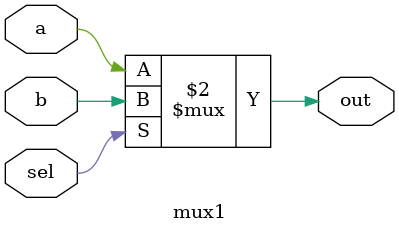
<source format=v>
module mux1(
  a,
  b,
  sel,
  out
);

  input a;
  input b;
  input sel;
  output out;
  
  assign out = (sel==0)?a:b;
 
endmodule

</source>
